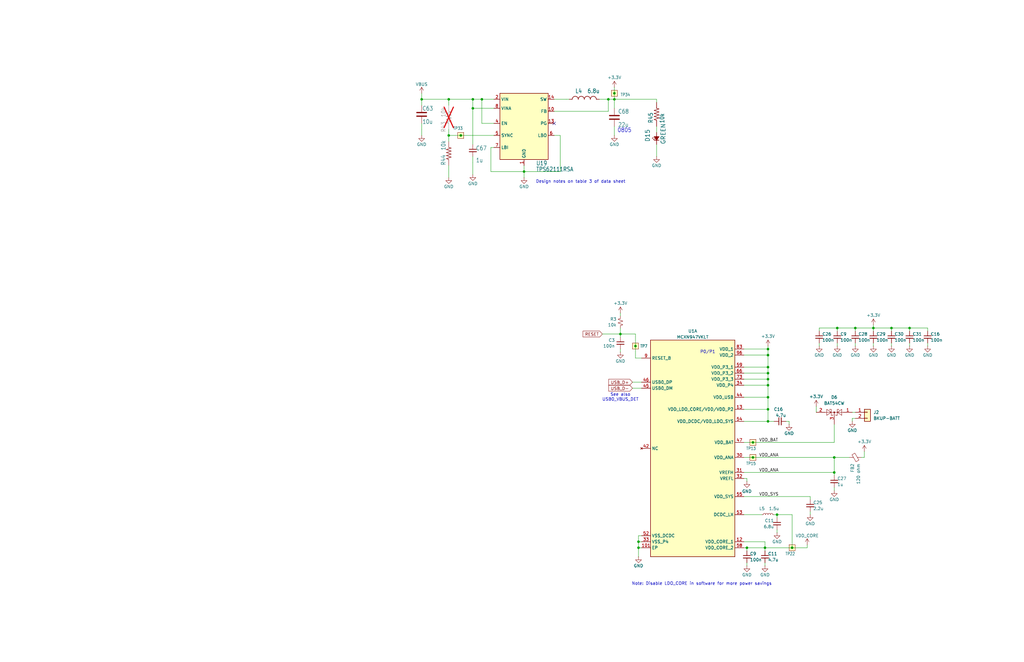
<source format=kicad_sch>
(kicad_sch (version 20250114) (generator "eeschema") (generator_version "9.0")
  (paper "USLedger")
  (title_block (title "OreSat Solar Module - Silicon Cells") (date "2025-09-16") (rev "1.1"))
  (lib_symbols
    (symbol "Connector_Generic:Conn_01x02" (pin_names (offset 1.016) (hide yes))
      (property "Reference" "J" (at 0 2.54 0))
      (property "Value" "Conn_01x02" (at 0 -5.08 0))
      (symbol "Conn_01x02_1_1"
        (pin passive line (at -5.08 0 0) (length 3.81) (name "Pin_1") (number "1"))
        (pin passive line (at -5.08 -2.54 0) (length 3.81) (name "Pin_2") (number "2"))
      )
    )
    (symbol "Device:C" (pin_numbers (hide yes)) (pin_names (offset 0.254))
      (property "Reference" "C" (at 0.635 2.54 0))
      (property "Value" "C" (at 0.635 -2.54 0))
      (symbol "C_1_1"
        (pin passive line (at 0 3.81 270) (length 2.794) (name "~") (number "1"))
        (pin passive line (at 0 -3.81 90) (length 2.794) (name "~") (number "2"))
      )
    )
    (symbol "Device:C_Small" (pin_numbers (hide yes)) (pin_names (offset 0.254) (hide yes))
      (property "Reference" "C" (at 0.254 1.778 0))
      (property "Value" "C_Small" (at 0.254 -2.032 0))
      (symbol "C_Small_1_1"
        (pin passive line (at 0 2.54 270) (length 2.032) (name "~") (number "1"))
        (pin passive line (at 0 -2.54 90) (length 2.032) (name "~") (number "2"))
      )
    )
    (symbol "Device:FerriteBead_Small" (pin_numbers (hide yes)) (pin_names (offset 0))
      (property "Reference" "FB" (at 1.905 1.27 0))
      (property "Value" "FerriteBead_Small" (at 1.905 -1.27 0))
      (symbol "FerriteBead_Small_1_1"
        (pin passive line (at 0 2.54 270) (length 1.27) (name "~") (number "1"))
        (pin passive line (at 0 -2.54 90) (length 1.27) (name "~") (number "2"))
      )
    )
    (symbol "Device:LED_Small_Filled" (pin_numbers (hide yes)) (pin_names (offset 0.254) (hide yes))
      (property "Reference" "D" (at -1.27 3.175 0))
      (property "Value" "LED_Small_Filled" (at -4.445 -2.54 0))
      (symbol "LED_Small_Filled_1_1"
        (pin passive line (at -2.54 0 0) (length 1.778) (name "K") (number "1"))
        (pin passive line (at 2.54 0 180) (length 1.778) (name "A") (number "2"))
      )
    )
    (symbol "Device:L_Small" (pin_numbers (hide yes)) (pin_names (offset 0.254) (hide yes))
      (property "Reference" "L" (at 0.762 1.016 0))
      (property "Value" "L_Small" (at 0.762 -1.016 0))
      (symbol "L_Small_1_1"
        (pin passive line (at 0 2.54 270) (length 0.508) (name "~") (number "1"))
        (pin passive line (at 0 -2.54 90) (length 0.508) (name "~") (number "2"))
      )
    )
    (symbol "Device:R_Small_US" (pin_numbers (hide yes)) (pin_names (offset 0.254) (hide yes))
      (property "Reference" "R" (at 0.762 0.508 0))
      (property "Value" "R_Small_US" (at 0.762 -1.016 0))
      (symbol "R_Small_US_1_1"
        (pin passive line (at 0 2.54 270) (length 1.016) (name "~") (number "1"))
        (pin passive line (at 0 -2.54 90) (length 1.016) (name "~") (number "2"))
      )
    )
    (symbol "Diode:BAT54CW" (pin_names (offset 1.016))
      (property "Reference" "D" (at 0.635 -3.81 0))
      (property "Value" "BAT54CW" (at -6.35 3.175 0))
      (symbol "BAT54CW_1_1"
        (pin passive line (at -7.62 0 0) (length 3.81) (name "~") (number "1"))
        (pin passive line (at 0 -5.08 90) (length 5.08) (name "~") (number "3"))
        (pin passive line (at 7.62 0 180) (length 3.81) (name "~") (number "2"))
      )
    )
    (symbol "MCXN947VKLT_1"
      (property "Reference" "U" (at 0 49.022 0))
      (property "Value" "MCXN947VKLT" (at 0 46.99 0))
      (symbol "MCXN947VKLT_1_1_1"
        (pin power_in line (at -21.59 41.91 0) (length 3.81) (name "VDD_1") (number "83"))
        (pin power_in line (at -21.59 39.37 0) (length 3.81) (name "VDD_2") (number "96"))
        (pin power_in line (at -21.59 34.29 0) (length 3.81) (name "VDD_P3_1") (number "59"))
        (pin power_in line (at -21.59 31.75 0) (length 3.81) (name "VDD_P3_2") (number "66"))
        (pin power_in line (at -21.59 29.21 0) (length 3.81) (name "VDD_P3_3") (number "73"))
        (pin power_in line (at -21.59 26.67 0) (length 3.81) (name "VDD_P4") (number "34"))
        (pin power_in line (at -21.59 21.59 0) (length 3.81) (name "VDD_USB") (number "44"))
        (pin power_in line (at -21.59 16.51 0) (length 3.81) (name "VDD_LDO_CORE/VDD/VDD_P2") (number "13"))
        (pin power_in line (at -21.59 11.43 0) (length 3.81) (name "VDD_DCDC/VDD_LDO_SYS") (number "54"))
        (pin power_in line (at -21.59 2.54 0) (length 3.81) (name "VDD_BAT") (number "47"))
        (pin power_in line (at -21.59 -3.81 0) (length 3.81) (name "VDD_ANA") (number "30"))
        (pin power_in line (at -21.59 -10.16 0) (length 3.81) (name "VREFH") (number "31"))
        (pin power_in line (at -21.59 -12.7 0) (length 3.81) (name "VREFL") (number "32"))
        (pin power_out line (at -21.59 -20.32 0) (length 3.81) (name "VDD_SYS") (number "55"))
        (pin power_out line (at -21.59 -27.94 0) (length 3.81) (name "DCDC_LX") (number "53"))
        (pin power_in line (at -21.59 -39.37 0) (length 3.81) (name "VDD_CORE_1") (number "12"))
        (pin power_in line (at -21.59 -41.91 0) (length 3.81) (name "VDD_CORE_2") (number "58"))
        (pin input line (at 21.59 38.1 180) (length 3.81) (name "RESET_B") (number "9"))
        (pin passive line (at 21.59 27.94 180) (length 3.81) (name "USB0_DP") (number "46"))
        (pin passive line (at 21.59 25.4 180) (length 3.81) (name "USB0_DM") (number "45"))
        (pin no_connect line (at 21.59 0 180) (length 3.81) (name "NC") (number "42"))
        (pin power_in line (at 21.59 -36.83 180) (length 3.81) (name "VSS_DCDC") (number "52"))
        (pin power_in line (at 21.59 -39.37 180) (length 3.81) (name "VSS_P4") (number "33"))
        (pin power_in line (at 21.59 -41.91 180) (length 3.81) (name "EP") (number "101"))
      )
      (symbol "MCXN947VKLT_1_2_1"
        (pin passive line (at -16.51 17.78 0) (length 3.81) (name "P0_0") (number "76") (alternate "TMS/SWDIO " passive line))
        (pin passive line (at -16.51 15.24 0) (length 3.81) (name "P0_1") (number "77") (alternate "TCLK/SWCLK" passive line))
        (pin passive line (at -16.51 12.7 0) (length 3.81) (name "P0_2") (number "78") (alternate "TDO/SWO " passive line))
        (pin passive line (at -16.51 10.16 0) (length 3.81) (name "P0_3") (number "79") (alternate "TDI " passive line))
        (pin passive line (at -16.51 7.62 0) (length 3.81) (name "P0_4") (number "80"))
        (pin passive line (at -16.51 5.08 0) (length 3.81) (name "P0_5") (number "81"))
        (pin passive line (at -16.51 2.54 0) (length 3.81) (name "P0_6") (number "82") (alternate "ISPMODE_N" passive line))
        (pin passive line (at -16.51 0 0) (length 3.81) (name "P0_16") (number "84"))
        (pin passive line (at -16.51 -2.54 0) (length 3.81) (name "P0_17") (number "85"))
        (pin passive line (at -16.51 -5.08 0) (length 3.81) (name "P0_18") (number "86"))
        (pin passive line (at -16.51 -7.62 0) (length 3.81) (name "P0_19") (number "87"))
        (pin passive line (at -16.51 -10.16 0) (length 3.81) (name "P0_20") (number "88"))
        (pin passive line (at -16.51 -12.7 0) (length 3.81) (name "P0_21") (number "89"))
        (pin passive line (at -16.51 -15.24 0) (length 3.81) (name "P0_22") (number "90"))
        (pin passive line (at -16.51 -17.78 0) (length 3.81) (name "P0_23") (number "91"))
      )
      (symbol "MCXN947VKLT_1_3_1"
        (pin passive line (at -16.51 21.59 0) (length 3.81) (name "P1_0") (number "92"))
        (pin passive line (at -16.51 19.05 0) (length 3.81) (name "P1_1") (number "93"))
        (pin passive line (at -16.51 16.51 0) (length 3.81) (name "P1_2") (number "94"))
        (pin passive line (at -16.51 13.97 0) (length 3.81) (name "P1_3") (number "95"))
        (pin passive line (at -16.51 11.43 0) (length 3.81) (name "P1_4") (number "97"))
        (pin passive line (at -16.51 8.89 0) (length 3.81) (name "P1_5") (number "98"))
        (pin passive line (at -16.51 6.35 0) (length 3.81) (name "P1_6") (number "99"))
        (pin passive line (at -16.51 3.81 0) (length 3.81) (name "P1_7") (number "100"))
        (pin passive line (at -16.51 1.27 0) (length 3.81) (name "P1_8") (number "1"))
        (pin passive line (at -16.51 -1.27 0) (length 3.81) (name "P1_9") (number "2"))
        (pin passive line (at -16.51 -3.81 0) (length 3.81) (name "P1_10") (number "3"))
        (pin passive line (at -16.51 -6.35 0) (length 3.81) (name "P1_11") (number "4"))
        (pin passive line (at -16.51 -8.89 0) (length 3.81) (name "P1_12") (number "5"))
        (pin passive line (at -16.51 -11.43 0) (length 3.81) (name "P1_13") (number "6"))
        (pin passive line (at -16.51 -13.97 0) (length 3.81) (name "P1_14") (number "7"))
        (pin passive line (at -16.51 -16.51 0) (length 3.81) (name "P1_15") (number "8"))
        (pin passive line (at -16.51 -19.05 0) (length 3.81) (name "P1_30") (number "10"))
        (pin passive line (at -16.51 -21.59 0) (length 3.81) (name "P1_31") (number "11"))
      )
      (symbol "MCXN947VKLT_1_4_1"
        (pin passive line (at -16.51 8.89 0) (length 3.81) (name "P2_0") (number "14"))
        (pin passive line (at -16.51 6.35 0) (length 3.81) (name "P2_1") (number "15"))
        (pin passive line (at -16.51 3.81 0) (length 3.81) (name "P2_2") (number "16"))
        (pin passive line (at -16.51 1.27 0) (length 3.81) (name "P2_3") (number "17"))
        (pin passive line (at -16.51 -1.27 0) (length 3.81) (name "P2_4") (number "18"))
        (pin passive line (at -16.51 -3.81 0) (length 3.81) (name "P2_5") (number "19"))
        (pin passive line (at -16.51 -6.35 0) (length 3.81) (name "P2_6") (number "20"))
        (pin passive line (at -16.51 -8.89 0) (length 3.81) (name "P2_7") (number "21"))
      )
      (symbol "MCXN947VKLT_1_5_1"
        (pin passive line (at -16.51 19.05 0) (length 3.81) (name "P3_0") (number "75"))
        (pin passive line (at -16.51 16.51 0) (length 3.81) (name "P3_1") (number "74"))
        (pin passive line (at -16.51 13.97 0) (length 3.81) (name "P3_6") (number "72"))
        (pin passive line (at -16.51 11.43 0) (length 3.81) (name "P3_7") (number "71"))
        (pin passive line (at -16.51 8.89 0) (length 3.81) (name "P3_8") (number "70"))
        (pin passive line (at -16.51 6.35 0) (length 3.81) (name "P3_9") (number "69"))
        (pin passive line (at -16.51 3.81 0) (length 3.81) (name "P3_10") (number "68"))
        (pin passive line (at -16.51 1.27 0) (length 3.81) (name "P3_11") (number "67"))
        (pin passive line (at -16.51 -1.27 0) (length 3.81) (name "P3_12") (number "65"))
        (pin passive line (at -16.51 -3.81 0) (length 3.81) (name "P3_13") (number "64"))
        (pin passive line (at -16.51 -6.35 0) (length 3.81) (name "P3_14") (number "63"))
        (pin passive line (at -16.51 -8.89 0) (length 3.81) (name "P3_15") (number "62"))
        (pin passive line (at -16.51 -11.43 0) (length 3.81) (name "P3_16") (number "61"))
        (pin passive line (at -16.51 -13.97 0) (length 3.81) (name "P3_17") (number "60"))
        (pin passive line (at -16.51 -16.51 0) (length 3.81) (name "P3_20") (number "57"))
        (pin passive line (at -16.51 -19.05 0) (length 3.81) (name "P3_21") (number "56"))
      )
      (symbol "MCXN947VKLT_1_6_1"
        (pin passive line (at -16.51 19.05 0) (length 3.81) (name "P4_0/ANA_0") (number "22"))
        (pin passive line (at -16.51 16.51 0) (length 3.81) (name "P4_1/ANA_1") (number "23"))
        (pin passive line (at -16.51 13.97 0) (length 3.81) (name "P4_2") (number "24"))
        (pin passive line (at -16.51 11.43 0) (length 3.81) (name "P4_3") (number "25"))
        (pin passive line (at -16.51 8.89 0) (length 3.81) (name "P4_4/ANA_4") (number "26"))
        (pin passive line (at -16.51 6.35 0) (length 3.81) (name "P4_5/ANA_5") (number "27"))
        (pin passive line (at -16.51 3.81 0) (length 3.81) (name "P4_6/ANA_6") (number "28"))
        (pin passive line (at -16.51 1.27 0) (length 3.81) (name "P4_7/ANA_7") (number "29"))
        (pin passive line (at -16.51 -1.27 0) (length 3.81) (name "P4_12") (number "35"))
        (pin passive line (at -16.51 -3.81 0) (length 3.81) (name "P4_13/ANA_14") (number "36"))
        (pin passive line (at -16.51 -6.35 0) (length 3.81) (name "P4_15") (number "37"))
        (pin passive line (at -16.51 -8.89 0) (length 3.81) (name "P4_16") (number "38"))
        (pin passive line (at -16.51 -11.43 0) (length 3.81) (name "P4_17/ANA_18") (number "39"))
        (pin passive line (at -16.51 -13.97 0) (length 3.81) (name "P4_19") (number "40"))
        (pin passive line (at -16.51 -16.51 0) (length 3.81) (name "P4_20") (number "41"))
        (pin passive line (at -16.51 -19.05 0) (length 3.81) (name "P4_23") (number "43"))
      )
      (symbol "MCXN947VKLT_1_7_1"
        (pin passive line (at -16.51 3.81 0) (length 3.81) (name "P5_0") (number "48"))
        (pin passive line (at -16.51 1.27 0) (length 3.81) (name "P5_1") (number "49"))
        (pin passive line (at -16.51 -1.27 0) (length 3.81) (name "P5_2") (number "50"))
        (pin passive line (at -16.51 -3.81 0) (length 3.81) (name "P5_3") (number "51"))
      )
    )
    (symbol "oresat-ics:TPS6211X"
      (property "Reference" "U" (at 4.826 -21.336 0))
      (symbol "TPS6211X_1_0"
        (pin power_in line (at -12.7 7.62 0) (length 2.54) (name "VIN") (number "2"))
        (pin power_in line (at -12.7 7.62 0) (length 2.54) (hide yes) (name "VIN") (number "3"))
        (pin power_in line (at -12.7 3.81 0) (length 2.54) (name "VINA") (number "8"))
        (pin input line (at -12.7 -2.54 0) (length 2.54) (name "EN") (number "4"))
        (pin input line (at -12.7 -7.62 0) (length 2.54) (name "SYNC") (number "5"))
        (pin input line (at -12.7 -12.7 0) (length 2.54) (name "LBI") (number "7"))
        (pin power_in line (at 0 -20.32 90) (length 2.54) (name "GND") (number "1"))
        (pin power_in line (at 0 -20.32 90) (length 2.54) (hide yes) (name "GND") (number "11"))
        (pin power_in line (at 0 -20.32 90) (length 2.54) (hide yes) (name "GND") (number "12"))
        (pin power_in line (at 0 -20.32 90) (length 2.54) (hide yes) (name "GND") (number "16"))
        (pin power_in line (at 0 -20.32 90) (length 2.54) (hide yes) (name "GND") (number "17"))
        (pin power_in line (at 0 -20.32 90) (length 2.54) (hide yes) (name "GND") (number "9"))
        (pin output line (at 12.7 7.62 180) (length 2.54) (name "SW") (number "14"))
        (pin output line (at 12.7 7.62 180) (length 2.54) (hide yes) (name "SW") (number "15"))
        (pin input line (at 12.7 2.54 180) (length 2.54) (name "FB") (number "10"))
        (pin open_collector line (at 12.7 -2.54 180) (length 2.54) (name "PG") (number "13"))
        (pin open_collector line (at 12.7 -7.62 180) (length 2.54) (name "LBO") (number "6"))
      )
    )
    (symbol "oresat-misc:Test-Point-0.75mm-th" (exclude_from_sim yes) (in_bom no)
      (property "Reference" "TP" (at 0 2.54 0))
      (symbol "Test-Point-0.75mm-th_1_0"
        (pin passive line (at 0 0 0) (length 0) (name "1") (number "1"))
      )
    )
    (symbol "oresat-passives:L_BIG" (pin_numbers (hide yes)) (pin_names (offset 1.016) (hide yes))
      (property "Reference" "L" (at -2.794 0 90))
      (property "Value" "L" (at 3.556 0 90))
      (symbol "L_BIG_1_1"
        (pin passive line (at 0 6.35 270) (length 1.27) (name "1") (number "1"))
        (pin passive line (at 0 -6.35 90) (length 1.27) (name "2") (number "2"))
      )
    )
    (symbol "oresat-passives:R-US"
      (property "Reference" "R" (at 0 2.54 0))
      (symbol "R-US_1_0"
        (pin passive line (at -5.08 0 0) (length 2.54) (name "1") (number "1"))
        (pin passive line (at 5.08 0 180) (length 2.54) (name "2") (number "2"))
      )
    )
    (symbol "power:+3.3V" (power) (pin_numbers (hide yes)) (pin_names (offset 0) (hide yes))
      (property "Value" "+3.3V" (at 0 3.556 0))
      (symbol "+3.3V_1_1"
        (pin power_in line (at 0 0 90) (length 0) (name "~") (number "1"))
      )
    )
    (symbol "power:GND" (power) (pin_numbers (hide yes)) (pin_names (offset 0) (hide yes))
      (property "Value" "GND" (at 0 -3.81 0))
      (symbol "GND_1_1"
        (pin power_in line (at 0 0 270) (length 0) (name "~") (number "1"))
      )
    )
    (symbol "power:VBUS" (power) (pin_numbers (hide yes)) (pin_names (offset 0) (hide yes))
      (property "Value" "VBUS" (at 0 3.556 0))
      (symbol "VBUS_1_1"
        (pin power_in line (at 0 0 90) (length 0) (name "~") (number "1"))
      )
    )
    (symbol "power:VDD" (power) (pin_numbers (hide yes)) (pin_names (offset 0) (hide yes))
      (property "Value" "VDD" (at 0 3.556 0))
      (symbol "VDD_1_1"
        (pin power_in line (at 0 0 90) (length 0) (name "~") (number "1"))
      )
    )
  )
  (text "P0/P1" (at 298.45 148.59 0) (effects (font (size 1.27 1.27))))
  (text "See also\nUSB0_VBUS_DET" (at 261.62 167.64 0) (effects (font (size 1.27 1.27))))
  (text "Note: Disable LDO_CORE in software for more power savings" (at 295.91 246.38 0) (effects (font (size 1.27 1.27))))
  (text "0805" (at 260.35 56.134 0) (effects (font (size 1.778 1.5113)) (justify left bottom)))
  (text "Design notes on table 3 of data sheet" (at 244.856 76.708 0) (effects (font (size 1.27 1.27))))
  (junction (at 334.01 231.14))
  (junction (at 261.62 140.97))
  (junction (at 314.96 231.14))
  (junction (at 269.24 228.6))
  (junction (at 323.85 147.32))
  (junction (at 323.85 177.8))
  (junction (at 375.92 138.43))
  (junction (at 317.5 193.04))
  (junction (at 269.24 231.14))
  (junction (at 317.5 186.69))
  (junction (at 323.85 167.64))
  (junction (at 177.8 41.91))
  (junction (at 353.06 138.43))
  (junction (at 199.39 41.91))
  (junction (at 194.31 57.15))
  (junction (at 323.85 154.94))
  (junction (at 323.85 157.48))
  (junction (at 256.54 41.91))
  (junction (at 323.85 160.02))
  (junction (at 383.54 138.43))
  (junction (at 327.66 217.17))
  (junction (at 189.23 57.15))
  (junction (at 199.39 45.72))
  (junction (at 351.79 199.39))
  (junction (at 323.85 172.72))
  (junction (at 323.85 162.56))
  (junction (at 267.97 146.05))
  (junction (at 203.2 41.91))
  (junction (at 259.08 39.37))
  (junction (at 220.98 72.39))
  (junction (at 360.68 138.43))
  (junction (at 322.58 231.14))
  (junction (at 189.23 41.91))
  (junction (at 259.08 41.91))
  (junction (at 323.85 149.86))
  (junction (at 351.79 193.04))
  (junction (at 368.3 138.43))
  (no_connect (at 233.68 52.07))
  (wire (pts (xy 270.51 226.06) (xy 269.24 226.06)))
  (wire (pts (xy 177.8 44.45) (xy 177.8 41.91)) (stroke (width 0.1524)))
  (wire (pts (xy 323.85 149.86) (xy 323.85 154.94)))
  (wire (pts (xy 391.16 138.43) (xy 391.16 139.7)))
  (wire (pts (xy 317.5 193.04) (xy 313.69 193.04)))
  (wire (pts (xy 313.69 172.72) (xy 323.85 172.72)))
  (wire (pts (xy 317.5 186.69) (xy 313.69 186.69)))
  (wire (pts (xy 341.63 209.55) (xy 341.63 210.82)))
  (wire (pts (xy 276.86 41.91) (xy 276.86 43.18)) (stroke (width 0.1524)))
  (wire (pts (xy 189.23 69.85) (xy 189.23 74.93)) (stroke (width 0.1524)))
  (wire (pts (xy 360.68 176.53) (xy 359.41 176.53)))
  (wire (pts (xy 208.28 52.07) (xy 203.2 52.07)))
  (wire (pts (xy 322.58 231.14) (xy 322.58 232.41)))
  (wire (pts (xy 314.96 237.49) (xy 314.96 238.76)))
  (wire (pts (xy 323.85 162.56) (xy 323.85 167.64)))
  (wire (pts (xy 323.85 177.8) (xy 326.39 177.8)))
  (wire (pts (xy 313.69 177.8) (xy 323.85 177.8)))
  (wire (pts (xy 261.62 147.32) (xy 261.62 148.59)))
  (wire (pts (xy 259.08 36.83) (xy 259.08 39.37)) (stroke (width 0.1524)))
  (wire (pts (xy 375.92 144.78) (xy 375.92 146.05)))
  (wire (pts (xy 252.73 41.91) (xy 256.54 41.91)) (stroke (width 0.1524)))
  (wire (pts (xy 368.3 144.78) (xy 368.3 146.05)))
  (wire (pts (xy 269.24 228.6) (xy 269.24 231.14)))
  (wire (pts (xy 203.2 41.91) (xy 208.28 41.91)) (stroke (width 0.1524)))
  (wire (pts (xy 359.41 176.53) (xy 359.41 177.8)))
  (wire (pts (xy 334.01 231.14) (xy 322.58 231.14)))
  (wire (pts (xy 323.85 157.48) (xy 313.69 157.48)))
  (wire (pts (xy 233.68 41.91) (xy 238.76 41.91)) (stroke (width 0.1524)))
  (wire (pts (xy 383.54 138.43) (xy 383.54 139.7)))
  (wire (pts (xy 259.08 41.91) (xy 259.08 39.37)) (stroke (width 0.1524)))
  (wire (pts (xy 323.85 167.64) (xy 313.69 167.64)))
  (wire (pts (xy 269.24 231.14) (xy 270.51 231.14)))
  (wire (pts (xy 177.8 41.91) (xy 177.8 39.37)) (stroke (width 0.1524)))
  (wire (pts (xy 199.39 45.72) (xy 199.39 41.91)))
  (wire (pts (xy 351.79 199.39) (xy 351.79 200.66)))
  (wire (pts (xy 353.06 138.43) (xy 360.68 138.43)))
  (wire (pts (xy 368.3 138.43) (xy 375.92 138.43)))
  (wire (pts (xy 236.22 72.39) (xy 220.98 72.39)) (stroke (width 0.1524)))
  (wire (pts (xy 208.28 45.72) (xy 199.39 45.72)))
  (wire (pts (xy 199.39 45.72) (xy 199.39 60.96)))
  (wire (pts (xy 189.23 59.69) (xy 189.23 57.15)) (stroke (width 0.1524)))
  (wire (pts (xy 323.85 149.86) (xy 323.85 147.32)))
  (wire (pts (xy 353.06 144.78) (xy 353.06 146.05)))
  (wire (pts (xy 313.69 201.93) (xy 314.96 201.93)))
  (wire (pts (xy 256.54 46.99) (xy 256.54 41.91)) (stroke (width 0.1524)))
  (wire (pts (xy 323.85 160.02) (xy 323.85 157.48)))
  (wire (pts (xy 313.69 231.14) (xy 314.96 231.14)))
  (wire (pts (xy 364.49 193.04) (xy 364.49 190.5)))
  (wire (pts (xy 199.39 41.91) (xy 203.2 41.91)) (stroke (width 0.1524)))
  (wire (pts (xy 314.96 231.14) (xy 322.58 231.14)))
  (wire (pts (xy 313.69 154.94) (xy 323.85 154.94)))
  (wire (pts (xy 189.23 44.45) (xy 189.23 41.91)) (stroke (width 0.1524)))
  (wire (pts (xy 327.66 217.17) (xy 326.39 217.17)))
  (wire (pts (xy 261.62 142.24) (xy 261.62 140.97)))
  (wire (pts (xy 332.74 177.8) (xy 331.47 177.8)))
  (wire (pts (xy 323.85 172.72) (xy 323.85 177.8)))
  (wire (pts (xy 207.01 72.39) (xy 220.98 72.39)) (stroke (width 0.1524)))
  (wire (pts (xy 261.62 138.43) (xy 261.62 140.97)))
  (wire (pts (xy 189.23 41.91) (xy 199.39 41.91)) (stroke (width 0.1524)))
  (wire (pts (xy 189.23 57.15) (xy 189.23 54.61)) (stroke (width 0.1524)))
  (wire (pts (xy 351.79 193.04) (xy 351.79 199.39)))
  (wire (pts (xy 322.58 231.14) (xy 322.58 228.6)))
  (wire (pts (xy 368.3 138.43) (xy 368.3 139.7)))
  (wire (pts (xy 259.08 53.34) (xy 259.08 57.15)) (stroke (width 0.1524)))
  (wire (pts (xy 220.98 69.85) (xy 220.98 72.39)))
  (wire (pts (xy 313.69 209.55) (xy 341.63 209.55)))
  (wire (pts (xy 360.68 144.78) (xy 360.68 146.05)))
  (wire (pts (xy 327.66 223.52) (xy 327.66 224.79)))
  (wire (pts (xy 323.85 146.05) (xy 323.85 147.32)))
  (wire (pts (xy 261.62 132.08) (xy 261.62 133.35)))
  (wire (pts (xy 334.01 217.17) (xy 334.01 231.14)))
  (wire (pts (xy 327.66 218.44) (xy 327.66 217.17)))
  (wire (pts (xy 269.24 226.06) (xy 269.24 228.6)))
  (wire (pts (xy 267.97 146.05) (xy 267.97 151.13)))
  (wire (pts (xy 344.17 171.45) (xy 344.17 173.99)))
  (wire (pts (xy 270.51 228.6) (xy 269.24 228.6)))
  (wire (pts (xy 207.01 62.23) (xy 208.28 62.23)))
  (wire (pts (xy 313.69 199.39) (xy 351.79 199.39)))
  (wire (pts (xy 332.74 179.07) (xy 332.74 177.8)))
  (wire (pts (xy 322.58 228.6) (xy 313.69 228.6)))
  (wire (pts (xy 340.36 231.14) (xy 334.01 231.14)))
  (wire (pts (xy 383.54 138.43) (xy 391.16 138.43)))
  (wire (pts (xy 345.44 144.78) (xy 345.44 146.05)))
  (wire (pts (xy 323.85 149.86) (xy 313.69 149.86)))
  (wire (pts (xy 259.08 41.91) (xy 259.08 45.72)))
  (wire (pts (xy 276.86 53.34) (xy 276.86 55.88)))
  (wire (pts (xy 199.39 66.04) (xy 199.39 68.58)))
  (wire (pts (xy 261.62 140.97) (xy 254 140.97)))
  (wire (pts (xy 358.14 193.04) (xy 351.79 193.04)))
  (wire (pts (xy 238.76 41.91) (xy 240.03 41.91)))
  (wire (pts (xy 383.54 144.78) (xy 383.54 146.05)))
  (wire (pts (xy 323.85 167.64) (xy 323.85 172.72)))
  (wire (pts (xy 360.68 173.99) (xy 359.41 173.99)))
  (wire (pts (xy 340.36 229.87) (xy 340.36 231.14)))
  (wire (pts (xy 341.63 215.9) (xy 341.63 217.17)))
  (wire (pts (xy 375.92 138.43) (xy 383.54 138.43)))
  (wire (pts (xy 194.31 57.15) (xy 208.28 57.15)))
  (wire (pts (xy 323.85 160.02) (xy 313.69 160.02)))
  (wire (pts (xy 323.85 162.56) (xy 313.69 162.56)))
  (wire (pts (xy 345.44 138.43) (xy 345.44 139.7)))
  (wire (pts (xy 270.51 163.83) (xy 266.7 163.83)))
  (wire (pts (xy 269.24 231.14) (xy 269.24 234.95)))
  (wire (pts (xy 345.44 138.43) (xy 353.06 138.43)))
  (wire (pts (xy 233.68 57.15) (xy 236.22 57.15)) (stroke (width 0.1524)))
  (wire (pts (xy 276.86 60.96) (xy 276.86 66.04)) (stroke (width 0.1524)))
  (wire (pts (xy 317.5 186.69) (xy 351.79 186.69)))
  (wire (pts (xy 236.22 57.15) (xy 236.22 72.39)) (stroke (width 0.1524)))
  (wire (pts (xy 220.98 72.39) (xy 220.98 74.93)) (stroke (width 0.1524)))
  (wire (pts (xy 327.66 217.17) (xy 334.01 217.17)))
  (wire (pts (xy 267.97 140.97) (xy 267.97 146.05)))
  (wire (pts (xy 314.96 201.93) (xy 314.96 203.2)))
  (wire (pts (xy 351.79 207.01) (xy 351.79 205.74)))
  (wire (pts (xy 199.39 68.58) (xy 199.39 73.66)) (stroke (width 0.1524)))
  (wire (pts (xy 207.01 62.23) (xy 207.01 72.39)) (stroke (width 0.1524)))
  (wire (pts (xy 314.96 231.14) (xy 314.96 232.41)))
  (wire (pts (xy 322.58 237.49) (xy 322.58 238.76)))
  (wire (pts (xy 177.8 54.61) (xy 177.8 57.15)))
  (wire (pts (xy 323.85 162.56) (xy 323.85 160.02)))
  (wire (pts (xy 364.49 193.04) (xy 363.22 193.04)))
  (wire (pts (xy 233.68 46.99) (xy 256.54 46.99)) (stroke (width 0.1524)))
  (wire (pts (xy 351.79 186.69) (xy 351.79 179.07)))
  (wire (pts (xy 177.8 52.07) (xy 177.8 54.61)) (stroke (width 0.1524)))
  (wire (pts (xy 259.08 41.91) (xy 276.86 41.91)) (stroke (width 0.1524)))
  (wire (pts (xy 267.97 151.13) (xy 270.51 151.13)))
  (wire (pts (xy 270.51 161.29) (xy 266.7 161.29)))
  (wire (pts (xy 360.68 138.43) (xy 360.68 139.7)))
  (wire (pts (xy 360.68 138.43) (xy 368.3 138.43)))
  (wire (pts (xy 321.31 217.17) (xy 313.69 217.17)))
  (wire (pts (xy 317.5 193.04) (xy 351.79 193.04)))
  (wire (pts (xy 323.85 147.32) (xy 313.69 147.32)))
  (wire (pts (xy 267.97 140.97) (xy 261.62 140.97)))
  (wire (pts (xy 391.16 144.78) (xy 391.16 146.05)))
  (wire (pts (xy 368.3 137.16) (xy 368.3 138.43)))
  (wire (pts (xy 177.8 41.91) (xy 189.23 41.91)) (stroke (width 0.1524)))
  (wire (pts (xy 353.06 138.43) (xy 353.06 139.7)))
  (wire (pts (xy 189.23 57.15) (xy 194.31 57.15)) (stroke (width 0.1524)))
  (wire (pts (xy 203.2 41.91) (xy 203.2 52.07)))
  (wire (pts (xy 375.92 138.43) (xy 375.92 139.7)))
  (wire (pts (xy 256.54 41.91) (xy 259.08 41.91)) (stroke (width 0.1524)))
  (wire (pts (xy 323.85 154.94) (xy 323.85 157.48)))
  (label "VDD_ANA" (at 320.04 193.04 0))
  (label "VDD_BAT" (at 320.04 186.69 0))
  (label "VDD_SYS" (at 320.04 209.55 0))
  (label "VDD_ANA" (at 320.04 199.39 0))
  (global_label "USB_D+" (shape input) (at 266.7 161.29 180) (property "Intersheetrefs" "${INTERSHEET_REFS}" (effects (hide yes))))
  (global_label "RESET" (shape input) (at 254 140.97 180) (property "Intersheetrefs" "${INTERSHEET_REFS}" (effects (hide yes))))
  (global_label "USB_D-" (shape input) (at 266.7 163.83 180) (property "Intersheetrefs" "${INTERSHEET_REFS}" (effects (hide yes))))
  (symbol (lib_id "power:+3.3V") (at 261.62 132.08 0) (mirror y) (unit 1)
    (property "Reference" "#PWR017" (effects (hide yes)))
    (property "Value" "+3.3V" (at 261.62 127.9469 0))
    (property "Description" "Power symbol creates a global label with name \"+3.3V\"" (effects (hide yes)))
  )
  (symbol (lib_id "oresat-passives:R-US") (at 189.23 64.77 90) (unit 1)
    (property "Reference" "R44" (at 187.96 69.85 0) (effects (font (size 1.778 1.5113)) (justify left bottom)))
    (property "Value" "10k" (at 187.96 63.5 0) (effects (font (size 1.778 1.5113)) (justify left bottom)))
    (property "Footprint" "oresat-passives:0603-C-NOSILK" (effects (hide yes)))
    (property "Description" "10 kOhms ±1% 0.1W, 1/10W Chip Resistor 0603 (1608 Metric) Automotive AEC-Q200 Thick Film" (effects (hide yes)))
    (property "DIS" "Digi-Key" (effects (hide yes)))
    (property "DPN" "1276-4275-1-ND" (effects (hide yes)))
    (property "MFR" "Stackpole Electronics Inc" (effects (hide yes)))
    (property "MPN" "RMCF0603FT10K0" (effects (hide yes)))
  )
  (symbol (lib_id "Device:C_Small") (at 327.66 220.98 0) (mirror y) (unit 1)
    (property "Reference" "C11" (at 326.39 219.71 0) (effects (justify left)))
    (property "Value" "6.8u" (at 326.39 222.25 0) (effects (justify left)))
    (property "Footprint" "oresat-passives:0603-C-NOSILK" (effects (hide yes)))
    (property "Datasheet" "https://www.murata.com/en-sg/api/pdfdownloadapi?cate=luCeramicCapacitorsSMD&partno=GCJ31CR71A685KA13%23" (effects (hide yes)))
    (property "Description" "6.8 µF ±10% 10V Ceramic Capacitor X7R 1206 (3216 Metric)" (effects (hide yes)))
    (property "MFR" "Murata Electronics" (effects (hide yes)))
    (property "MPN" "GCJ31CR71A685KA13L" (effects (hide yes)))
  )
  (symbol (lib_id "power:VBUS") (at 177.8 39.37 0) (unit 1)
    (property "Reference" "#PWR030" (effects (hide yes)))
    (property "Value" "VBUS" (at 177.8 35.56 0))
    (property "Description" "Power symbol creates a global label with name \"VBUS\"" (effects (hide yes)))
  )
  (symbol (lib_id "power:GND") (at 269.24 234.95 0) (mirror y) (unit 1)
    (property "Reference" "#PWR035" (effects (hide yes)))
    (property "Value" "GND" (at 269.24 238.76 0))
    (property "Description" "Power symbol creates a global label with name \"GND\" , ground" (effects (hide yes)))
  )
  (symbol (lib_id "power:GND") (at 199.39 73.66 0) (unit 1)
    (property "Reference" "#GND068" (effects (hide yes)))
    (property "Value" "GND" (at 199.39 77.47 0))
    (property "Description" "Power symbol creates a global label with name \"GND\" , ground" (effects (hide yes)))
  )
  (symbol (lib_id "Device:C_Small") (at 353.06 142.24 0) (unit 1)
    (property "Reference" "C9" (at 354.33 140.97 0) (effects (justify left)))
    (property "Value" "100n" (at 354.33 143.51 0) (effects (justify left)))
    (property "Footprint" "oresat-passives:0603-C-NOSILK" (effects (hide yes)))
    (property "Datasheet" "https://search.murata.co.jp/Ceramy/image/img/A01X/G101/ENG/GRM188R72A104KA35-01.pdf" (effects (hide yes)))
    (property "Description" "0.1 µF ±10% 100V Ceramic Capacitor X7R 0603 (1608 Metric)" (effects (hide yes)))
    (property "MFR" "Murata Electronics" (effects (hide yes)))
    (property "MPN" "GRM188R72A104KA35D" (effects (hide yes)))
  )
  (symbol (lib_id "power:GND") (at 220.98 74.93 0) (unit 1)
    (property "Reference" "#GND067" (effects (hide yes)))
    (property "Value" "GND" (at 220.98 78.74 0))
    (property "Description" "Power symbol creates a global label with name \"GND\" , ground" (effects (hide yes)))
  )
  (symbol (lib_id "power:GND") (at 391.16 146.05 0) (unit 1)
    (property "Reference" "#PWR075" (effects (hide yes)))
    (property "Value" "GND" (at 391.16 149.86 0))
    (property "Description" "Power symbol creates a global label with name \"GND\" , ground" (effects (hide yes)))
  )
  (symbol (lib_id "oresat-misc:Test-Point-0.75mm-th") (at 334.01 231.14 90) (mirror x) (unit 1) (exclude_from_sim yes) (in_bom no)
    (property "Reference" "TP22" (at 335.28 233.68 90) (effects (font (size 1.27 1.0795)) (justify left)))
    (property "Value" "Test-Point" (effects (hide yes)))
    (property "Footprint" "oresat-misc:TestPoint-0.75mm-th" (effects (hide yes)))
    (property "Description" "0.75 mm TH test point; good for scope probes and jumpers" (effects (hide yes)))
  )
  (symbol (lib_id "power:GND") (at 345.44 146.05 0) (unit 1)
    (property "Reference" "#PWR065" (effects (hide yes)))
    (property "Value" "GND" (at 345.44 149.86 0))
    (property "Description" "Power symbol creates a global label with name \"GND\" , ground" (effects (hide yes)))
  )
  (symbol (lib_id "power:GND") (at 351.79 207.01 0) (unit 1)
    (property "Reference" "#PWR066" (effects (hide yes)))
    (property "Value" "GND" (at 351.79 210.82 0))
    (property "Description" "Power symbol creates a global label with name \"GND\" , ground" (effects (hide yes)))
  )
  (symbol (lib_id "Device:C_Small") (at 328.93 177.8 90) (unit 1)
    (property "Reference" "C16" (at 330.2 172.72 90) (effects (justify left)))
    (property "Value" "4.7u" (at 331.47 175.26 90) (effects (justify left)))
    (property "Footprint" "oresat-passives:0603-C-NOSILK" (effects (hide yes)))
    (property "Datasheet" "https://search.murata.co.jp/Ceramy/image/img/A01X/G101/ENG/GRM188R61E475KE11-01.pdf" (effects (hide yes)))
    (property "Description" "4.7 µF ±10% 25V Ceramic Capacitor X5R 0603 (1608 Metric)" (effects (hide yes)))
    (property "MFR" "Murata Electronics" (effects (hide yes)))
    (property "MPN" "GRM188R61E475KE11D" (effects (hide yes)))
  )
  (symbol (lib_id "Device:C_Small") (at 314.96 234.95 0) (unit 1)
    (property "Reference" "C9" (at 316.23 233.68 0) (effects (justify left)))
    (property "Value" "100n" (at 316.23 236.22 0) (effects (justify left)))
    (property "Footprint" "oresat-passives:0603-C-NOSILK" (effects (hide yes)))
    (property "Datasheet" "https://search.murata.co.jp/Ceramy/image/img/A01X/G101/ENG/GRM188R72A104KA35-01.pdf" (effects (hide yes)))
    (property "Description" "0.1 µF ±10% 100V Ceramic Capacitor X7R 0603 (1608 Metric)" (effects (hide yes)))
    (property "MFR" "Murata Electronics" (effects (hide yes)))
    (property "MPN" "GRM188R72A104KA35D" (effects (hide yes)))
  )
  (symbol (lib_id "oresat-misc:Test-Point-0.75mm-th") (at 194.31 57.15 0) (unit 1) (in_bom no)
    (property "Reference" "TP33" (at 191.008 54.864 0) (effects (font (size 1.27 1.0795)) (justify left bottom)))
    (property "Value" "Test-Point" (effects (hide yes)))
    (property "Footprint" "oresat-misc:TestPoint-0.75mm-th" (effects (hide yes)))
    (property "Description" "0.75 mm TH test point; good for scope probes and jumpers" (effects (hide yes)))
  )
  (symbol (lib_id "Device:R_Small_US") (at 261.62 135.89 0) (mirror x) (unit 1)
    (property "Reference" "R3" (at 259.969 134.6778 0) (effects (justify right)))
    (property "Value" "10k" (at 259.969 137.1021 0) (effects (justify right)))
    (property "Footprint" "oresat-passives:0603-C-NOSILK" (effects (hide yes)))
    (property "Description" "10 kOhms ±1% 0.1W, 1/10W Chip Resistor 0603 (1608 Metric) Automotive AEC-Q200 Thick Film" (effects (hide yes)))
    (property "MFR" "Stackpole Electronics Inc" (effects (hide yes)))
    (property "MPN" "RMCF0603FT10K0" (effects (hide yes)))
  )
  (symbol (lib_id "power:GND") (at 259.08 57.15 0) (mirror y) (unit 1)
    (property "Reference" "#GND070" (effects (hide yes)))
    (property "Value" "GND" (at 259.08 60.96 0))
    (property "Description" "Power symbol creates a global label with name \"GND\" , ground" (effects (hide yes)))
  )
  (symbol (lib_id "oresat-misc:Test-Point-0.75mm-th") (at 317.5 186.69 90) (mirror x) (unit 1) (exclude_from_sim yes) (in_bom no)
    (property "Reference" "TP13" (at 318.77 189.23 90) (effects (font (size 1.27 1.0795)) (justify left)))
    (property "Value" "Test-Point" (effects (hide yes)))
    (property "Footprint" "oresat-misc:TestPoint-0.75mm-th" (effects (hide yes)))
    (property "Description" "0.75 mm TH test point; good for scope probes and jumpers" (effects (hide yes)))
  )
  (symbol (lib_id "Device:C_Small") (at 345.44 142.24 0) (unit 1)
    (property "Reference" "C26" (at 346.71 140.97 0) (effects (justify left)))
    (property "Value" "100n" (at 346.71 143.51 0) (effects (justify left)))
    (property "Footprint" "oresat-passives:0603-C-NOSILK" (effects (hide yes)))
    (property "Datasheet" "https://search.murata.co.jp/Ceramy/image/img/A01X/G101/ENG/GRM188R72A104KA35-01.pdf" (effects (hide yes)))
    (property "Description" "0.1 µF ±10% 100V Ceramic Capacitor X7R 0603 (1608 Metric)" (effects (hide yes)))
    (property "MFR" "Murata Electronics" (effects (hide yes)))
    (property "MPN" "GRM188R72A104KA35D" (effects (hide yes)))
  )
  (symbol (lib_id "Connector_Generic:Conn_01x02") (at 365.76 173.99 0) (unit 1)
    (property "Reference" "J2" (at 368.3 173.9899 0) (effects (justify left)))
    (property "Value" "BKUP-BATT" (at 368.3 176.5299 0) (effects (justify left)))
    (property "Footprint" "Connector_PinHeader_2.54mm:PinHeader_1x02_P2.54mm_Vertical" (effects (hide yes)))
    (property "Description" "Generic connector, single row, 01x02, script generated (kicad-library-utils/schlib/autogen/connector/)" (effects (hide yes)))
    (property "MFR" "Adam Tech" (effects (hide yes)))
    (property "MPN" "PH1-02-UA" (effects (hide yes)))
  )
  (symbol (lib_id "power:VDD") (at 340.36 229.87 0) (mirror y) (unit 1)
    (property "Reference" "#PWR062" (effects (hide yes)))
    (property "Value" "VDD_CORE" (at 340.36 226.06 0))
    (property "Description" "Power symbol creates a global label with name \"VDD_CORE\"" (effects (hide yes)))
  )
  (symbol (lib_id "Device:C_Small") (at 322.58 234.95 0) (unit 1)
    (property "Reference" "C11" (at 323.85 233.68 0) (effects (justify left)))
    (property "Value" "4.7u" (at 323.85 236.22 0) (effects (justify left)))
    (property "Footprint" "oresat-passives:0603-C-NOSILK" (effects (hide yes)))
    (property "Datasheet" "https://search.murata.co.jp/Ceramy/image/img/A01X/G101/ENG/GRM188R61E475KE11-01.pdf" (effects (hide yes)))
    (property "Description" "4.7 µF ±10% 25V Ceramic Capacitor X5R 0603 (1608 Metric)" (effects (hide yes)))
    (property "MFR" "Murata Electronics" (effects (hide yes)))
    (property "MPN" "GRM188R61E475KE11D" (effects (hide yes)))
  )
  (symbol (lib_id "oresat-misc:Test-Point-0.75mm-th") (at 317.5 193.04 90) (mirror x) (unit 1) (exclude_from_sim yes) (in_bom no)
    (property "Reference" "TP15" (at 318.77 195.58 90) (effects (font (size 1.27 1.0795)) (justify left)))
    (property "Value" "Test-Point" (effects (hide yes)))
    (property "Footprint" "oresat-misc:TestPoint-0.75mm-th" (effects (hide yes)))
    (property "Description" "0.75 mm TH test point; good for scope probes and jumpers" (effects (hide yes)))
  )
  (symbol (lib_id "oresat-passives:R-US") (at 189.23 49.53 90) (unit 1) (dnp yes)
    (property "Reference" "R43" (at 187.96 55.88 0) (effects (font (size 1.778 1.5113)) (justify left bottom)))
    (property "Value" "10k" (at 187.96 49.53 0) (effects (font (size 1.778 1.5113)) (justify left bottom)))
    (property "Footprint" "oresat-passives:0603-C-NOSILK" (effects (hide yes)))
    (property "DIS" "Digi-Key" (effects (hide yes)))
    (property "DPN" "RNCP0603FTD10K0CT-ND  " (effects (hide yes)))
    (property "MFR" "Stackpole" (effects (hide yes)))
    (property "MPN" "RNCP0603FTD10K0" (effects (hide yes)))
  )
  (symbol (lib_id "Device:C_Small") (at 261.62 144.78 0) (mirror y) (unit 1)
    (property "Reference" "C3" (at 259.2959 143.5741 0) (effects (justify left)))
    (property "Value" "100n" (at 259.2959 145.9984 0) (effects (justify left)))
    (property "Footprint" "oresat-passives:0603-C-NOSILK" (effects (hide yes)))
    (property "Datasheet" "https://search.murata.co.jp/Ceramy/image/img/A01X/G101/ENG/GRM188R72A104KA35-01.pdf" (effects (hide yes)))
    (property "Description" "0.1 µF ±10% 100V Ceramic Capacitor X7R 0603 (1608 Metric)" (effects (hide yes)))
    (property "MFR" "Murata Electronics" (effects (hide yes)))
    (property "MPN" "GRM188R72A104KA35D" (effects (hide yes)))
  )
  (symbol (lib_id "Device:C") (at 177.8 48.26 0) (unit 1)
    (property "Reference" "C63" (at 178.054 46.736 0) (effects (font (size 1.778 1.5113)) (justify left bottom)))
    (property "Value" "10u" (at 178.054 52.324 0) (effects (font (size 1.778 1.5113)) (justify left bottom)))
    (property "Footprint" "oresat-passives:0603-C-NOSILK" (effects (hide yes)))
    (property "Datasheet" "https://search.murata.co.jp/Ceramy/image/img/A01X/G101/ENG/GRM188R61E106KA73-01.pdf" (effects (hide yes)))
    (property "Description" "10 µF ±10% 25V Ceramic Capacitor X5R 0603 (1608 Metric)" (effects (hide yes)))
    (property "DIS" "Digi-Key" (effects (hide yes)))
    (property "DPN" "1276-6472-1-ND" (effects (hide yes)))
    (property "MFR" "Murata Electronics" (effects (hide yes)))
    (property "MPN" "GRM188R61E106KA73D" (effects (hide yes)))
  )
  (symbol (lib_id "power:GND") (at 177.8 57.15 0) (unit 1)
    (property "Reference" "#GND069" (effects (hide yes)))
    (property "Value" "GND" (at 177.8 60.96 0))
    (property "Description" "Power symbol creates a global label with name \"GND\" , ground" (effects (hide yes)))
  )
  (symbol (lib_id "power:GND") (at 332.74 179.07 0) (mirror y) (unit 1)
    (property "Reference" "#PWR060" (effects (hide yes)))
    (property "Value" "GND" (at 332.74 182.88 0))
    (property "Description" "Power symbol creates a global label with name \"GND\" , ground" (effects (hide yes)))
  )
  (symbol (lib_id "Device:FerriteBead_Small") (at 360.68 193.04 270) (mirror x) (unit 1)
    (property "Reference" "FB2" (at 359.448 195.58 0) (effects (justify right)))
    (property "Value" "120 ohm" (at 361.988 195.58 0) (effects (justify right)))
    (property "Footprint" "oresat-passives:0805-B-NOSILK" (effects (hide yes)))
    (property "Datasheet" "https://www.fair-rite.com/wp-content/themes/fair-rite/print_product.php?pid=19226" (effects (hide yes)))
    (property "Description" "120 Ohms @ 100 MHz 1 Signal Line Ferrite Bead 0805 (2012 Metric) 6A 25mOhm" (effects (hide yes)))
    (property "MFR" "Fair-Rite" (effects (hide yes)))
    (property "MPN" "2508051217Y6" (effects (hide yes)))
  )
  (symbol (lib_id "oresat-misc:Test-Point-0.75mm-th") (at 259.08 39.37 0) (unit 1) (in_bom no)
    (property "Reference" "TP34" (at 261.62 40.64 0) (effects (font (size 1.27 1.0795)) (justify left bottom)))
    (property "Value" "Test-Point" (effects (hide yes)))
    (property "Footprint" "oresat-misc:TestPoint-0.75mm-th" (effects (hide yes)))
    (property "Description" "0.75 mm TH test point; good for scope probes and jumpers" (effects (hide yes)))
  )
  (symbol (lib_id "power:GND") (at 314.96 203.2 0) (mirror y) (unit 1)
    (property "Reference" "#PWR036" (effects (hide yes)))
    (property "Value" "GND" (at 314.96 207.3331 0))
    (property "Description" "Power symbol creates a global label with name \"GND\" , ground" (effects (hide yes)))
  )
  (symbol (lib_id "power:GND") (at 327.66 224.79 0) (mirror y) (unit 1)
    (property "Reference" "#PWR059" (effects (hide yes)))
    (property "Value" "GND" (at 327.66 228.6 0))
    (property "Description" "Power symbol creates a global label with name \"GND\" , ground" (effects (hide yes)))
  )
  (symbol (lib_id "Device:C_Small") (at 375.92 142.24 0) (unit 1)
    (property "Reference" "C30" (at 377.19 140.97 0) (effects (justify left)))
    (property "Value" "100n" (at 377.19 143.51 0) (effects (justify left)))
    (property "Footprint" "oresat-passives:0603-C-NOSILK" (effects (hide yes)))
    (property "Datasheet" "https://search.murata.co.jp/Ceramy/image/img/A01X/G101/ENG/GRM188R72A104KA35-01.pdf" (effects (hide yes)))
    (property "Description" "0.1 µF ±10% 100V Ceramic Capacitor X7R 0603 (1608 Metric)" (effects (hide yes)))
    (property "MFR" "Murata Electronics" (effects (hide yes)))
    (property "MPN" "GRM188R72A104KA35D" (effects (hide yes)))
  )
  (symbol (lib_id "power:GND") (at 189.23 74.93 0) (unit 1)
    (property "Reference" "#GND071" (effects (hide yes)))
    (property "Value" "GND" (at 189.23 78.74 0))
    (property "Description" "Power symbol creates a global label with name \"GND\" , ground" (effects (hide yes)))
  )
  (symbol (lib_id "oresat-ics:TPS6211X") (at 220.98 49.53 0) (unit 1)
    (property "Reference" "U19" (at 226.06 69.85 0) (effects (font (size 1.778 1.5113)) (justify left bottom)))
    (property "Value" "TPS62111RSA" (at 226.06 72.39 0) (effects (font (size 1.778 1.5113)) (justify left bottom)))
    (property "Footprint" "Package_DFN_QFN:Texas_RSA_VQFN-16-1EP_4x4mm_P0.65mm_EP2.7x2.7mm" (effects (hide yes)))
    (property "Datasheet" "https://www.ti.com/lit/ds/symlink/tps62110.pdf?ts=1752185757661&ref_url=https%253A%252F%252Fwww.google.com%252F" (effects (hide yes)))
    (property "Description" "Buck Switching Regulator IC Positive Fixed 3.3V 1 Output 1.5A 16-VQFN Exposed Pad" (effects (hide yes)))
    (property "DIS" "Digi-Key" (effects (hide yes)))
    (property "DPN" "296-37681-2-ND" (effects (hide yes)))
    (property "MFR" "Texas Instruments" (effects (hide yes)))
    (property "MPN" "TPS62111RSAR" (effects (hide yes)))
  )
  (symbol (lib_id "oresat-passives:R-US") (at 276.86 48.26 90) (unit 1)
    (property "Reference" "R45" (at 275.3614 52.07 0) (effects (font (size 1.778 1.5113)) (justify left bottom)))
    (property "Value" "10k" (at 280.162 52.07 0) (effects (font (size 1.778 1.5113)) (justify left bottom)))
    (property "Footprint" "oresat-passives:0603-C-NOSILK" (effects (hide yes)))
    (property "Description" "10 kOhms ±1% 0.1W, 1/10W Chip Resistor 0603 (1608 Metric) Automotive AEC-Q200 Thick Film" (effects (hide yes)))
    (property "DIS" "Digi-Key" (effects (hide yes)))
    (property "DPN" "P2.7KDBCT-ND" (effects (hide yes)))
    (property "MFR" "Stackpole Electronics Inc" (effects (hide yes)))
    (property "MPN" "RMCF0603FT10K0" (effects (hide yes)))
  )
  (symbol (lib_id "Device:C_Small") (at 199.39 63.5 0) (unit 1)
    (property "Reference" "C67" (at 200.66 63.5 0) (effects (font (size 1.778 1.5113)) (justify left bottom)))
    (property "Value" "1u" (at 200.66 68.58 0) (effects (font (size 1.778 1.5113)) (justify left bottom)))
    (property "Footprint" "oresat-passives:0603-C-NOSILK" (effects (hide yes)))
    (property "Datasheet" "https://search.murata.co.jp/Ceramy/image/img/A01X/G101/ENG/GRM185R61E105KA12-01.pdf" (effects (hide yes)))
    (property "Description" "1 µF ±10% 25V Ceramic Capacitor X5R 0603 (1608 Metric)" (effects (hide yes)))
    (property "DIS" "Digi-Key" (effects (hide yes)))
    (property "DPN" "311-1444-1-ND" (effects (hide yes)))
    (property "MFR" "Murata Electronics" (effects (hide yes)))
    (property "MPN" "GRM185R61E105KA12J" (effects (hide yes)))
  )
  (symbol (lib_id "power:+3.3V") (at 368.3 137.16 0) (unit 1)
    (property "Reference" "#PWR071" (effects (hide yes)))
    (property "Value" "+3.3V" (at 368.3 133.0269 0))
    (property "Description" "Power symbol creates a global label with name \"+3.3V\"" (effects (hide yes)))
  )
  (symbol (lib_id "Device:C_Small") (at 383.54 142.24 0) (unit 1)
    (property "Reference" "C31" (at 384.81 140.97 0) (effects (justify left)))
    (property "Value" "100n" (at 384.81 143.51 0) (effects (justify left)))
    (property "Footprint" "oresat-passives:0603-C-NOSILK" (effects (hide yes)))
    (property "Datasheet" "https://search.murata.co.jp/Ceramy/image/img/A01X/G101/ENG/GRM188R72A104KA35-01.pdf" (effects (hide yes)))
    (property "Description" "0.1 µF ±10% 100V Ceramic Capacitor X7R 0603 (1608 Metric)" (effects (hide yes)))
    (property "MFR" "Murata Electronics" (effects (hide yes)))
    (property "MPN" "GRM188R72A104KA35D" (effects (hide yes)))
  )
  (symbol (lib_id "Device:LED_Small_Filled") (at 276.86 58.42 90) (unit 1)
    (property "Reference" "D15" (at 274.066 59.944 0) (effects (font (size 1.778 1.778)) (justify left bottom)))
    (property "Value" "GREEN" (at 278.638 60.96 0) (effects (font (size 1.778 1.778)) (justify left top)))
    (property "Footprint" "LED_SMD:LED_0603_1608Metric" (effects (hide yes)))
    (property "Description" "Light emitting diode, small symbol, filled shape" (effects (hide yes)))
    (property "DIS" "Digi-Key" (effects (hide yes)))
    (property "DPN" "511-1584-1-ND" (effects (hide yes)))
    (property "MFR" "Rohm" (effects (hide yes)))
    (property "MPN" "SML-E12M8WT86" (effects (hide yes)))
    (property "Sim.Device" "D" (effects (hide yes)))
    (property "Sim.Pins" "1=K 2=A" (effects (hide yes)))
  )
  (symbol (lib_id "power:GND") (at 341.63 217.17 0) (unit 1)
    (property "Reference" "#PWR063" (effects (hide yes)))
    (property "Value" "GND" (at 341.63 220.98 0))
    (property "Description" "Power symbol creates a global label with name \"GND\" , ground" (effects (hide yes)))
  )
  (symbol (lib_id "power:+3.3V") (at 259.08 36.83 0) (unit 1)
    (property "Reference" "#PWR032" (effects (hide yes)))
    (property "Value" "+3.3V" (at 259.08 32.6969 0))
    (property "Description" "Power symbol creates a global label with name \"+3.3V\"" (effects (hide yes)))
  )
  (symbol (lib_id "oresat-passives:L_BIG") (at 246.38 41.91 90) (unit 1)
    (property "Reference" "L4" (at 242.57 39.37 90) (effects (font (size 1.778 1.5113)) (justify right top)))
    (property "Value" "6.8u" (at 247.65 39.37 90) (effects (font (size 1.778 1.5113)) (justify right top)))
    (property "Footprint" "oresat-passives:L_ECS-MPI4040" (effects (hide yes)))
    (property "Datasheet" "https://ecsxtal.com/store/pdf/ECS-MPI4040.pdf" (effects (hide yes)))
    (property "Description" "6.8 µH Shielded Inductor 2.4 A 91mOhm 1816 (4540 Metric)" (effects (hide yes)))
    (property "DIS" "Digi-Key" (effects (hide yes)))
    (property "DPN" "XC2337CT-ND" (effects (hide yes)))
    (property "MFR" "ECS" (effects (hide yes)))
    (property "MPN" "ECS-MPI4040R4-6R8-R" (effects (hide yes)))
  )
  (symbol (lib_id "power:GND") (at 368.3 146.05 0) (unit 1)
    (property "Reference" "#PWR072" (effects (hide yes)))
    (property "Value" "GND" (at 368.3 149.86 0))
    (property "Description" "Power symbol creates a global label with name \"GND\" , ground" (effects (hide yes)))
  )
  (symbol (lib_id "power:GND") (at 276.86 66.04 0) (mirror y) (unit 1)
    (property "Reference" "#GND022" (effects (hide yes)))
    (property "Value" "GND" (at 276.86 69.85 0))
    (property "Description" "Power symbol creates a global label with name \"GND\" , ground" (effects (hide yes)))
  )
  (symbol (lib_id "power:GND") (at 359.41 177.8 0) (unit 1)
    (property "Reference" "#PWR068" (effects (hide yes)))
    (property "Value" "GND" (at 359.41 181.61 0))
    (property "Description" "Power symbol creates a global label with name \"GND\" , ground" (effects (hide yes)))
  )
  (symbol (lib_id "Device:C_Small") (at 391.16 142.24 0) (unit 1)
    (property "Reference" "C16" (at 392.43 140.97 0) (effects (justify left)))
    (property "Value" "100n" (at 392.43 143.51 0) (effects (justify left)))
    (property "Footprint" "oresat-passives:0603-C-NOSILK" (effects (hide yes)))
    (property "Datasheet" "https://search.murata.co.jp/Ceramy/image/img/A01X/G101/ENG/GRM188R72A104KA35-01.pdf" (effects (hide yes)))
    (property "Description" "0.1 µF ±10% 100V Ceramic Capacitor X7R 0603 (1608 Metric)" (effects (hide yes)))
    (property "MFR" "Murata Electronics" (effects (hide yes)))
    (property "MPN" "GRM188R72A104KA35D" (effects (hide yes)))
  )
  (symbol (lib_id "Device:C_Small") (at 341.63 213.36 0) (unit 1)
    (property "Reference" "C25" (at 342.9 212.09 0) (effects (justify left)))
    (property "Value" "2.2u" (at 342.9 214.63 0) (effects (justify left)))
    (property "Footprint" "oresat-passives:0603-C-NOSILK" (effects (hide yes)))
    (property "Datasheet" "https://search.murata.co.jp/Ceramy/image/img/A01X/G101/ENG/GRM188R61E225KA12-01.pdf" (effects (hide yes)))
    (property "Description" "2.2 µF ±10% 25V Ceramic Capacitor X5R 0603 (1608 Metric)" (effects (hide yes)))
    (property "MFR" "Murata Electronics" (effects (hide yes)))
    (property "MPN" "GRM188R61E225KA12D" (effects (hide yes)))
  )
  (symbol (lib_name "MCXN947VKLT_1") (lib_id "oresat-ics:MCXN947VKLT") (at 292.1 189.23 0) (mirror y) (unit 1)
    (property "Reference" "U1" (at 292.1 139.7 0))
    (property "Value" "MCXN947VKLT" (at 292.1 142.24 0))
    (property "Footprint" "oresat-ics:MCXN947KVLT-QFP50P1600X1600X160-101N" (effects (hide yes)))
    (property "Datasheet" "https://www.nxp.com/docs/en/data-sheet/MCXNx4xDS.pdf" (effects (hide yes)))
    (property "Description" "ARM Microcontrollers - MCU MCXN10, 100HLQFP (also MCXN947VNLT)" (effects (hide yes)))
    (property "MFR" "NXP" (effects (hide yes)))
    (property "MPN" "MCXN947VKLT" (effects (hide yes)))
    (pin "77" (alternate "TCLK/SWCLK"))
    (pin "79" (alternate "TDI "))
    (pin "76" (alternate "TMS/SWDIO "))
    (pin "78" (alternate "TDO/SWO "))
    (pin "82" (alternate "ISPMODE_N"))
  )
  (symbol (lib_id "power:GND") (at 360.68 146.05 0) (unit 1)
    (property "Reference" "#PWR069" (effects (hide yes)))
    (property "Value" "GND" (at 360.68 149.86 0))
    (property "Description" "Power symbol creates a global label with name \"GND\" , ground" (effects (hide yes)))
  )
  (symbol (lib_id "power:+3.3V") (at 364.49 190.5 0) (mirror y) (unit 1)
    (property "Reference" "#PWR070" (effects (hide yes)))
    (property "Value" "+3.3V" (at 364.49 186.3669 0))
    (property "Description" "Power symbol creates a global label with name \"+3.3V\"" (effects (hide yes)))
  )
  (symbol (lib_id "power:GND") (at 261.62 148.59 0) (mirror y) (unit 1)
    (property "Reference" "#PWR029" (effects (hide yes)))
    (property "Value" "GND" (at 261.62 152.4 0))
    (property "Description" "Power symbol creates a global label with name \"GND\" , ground" (effects (hide yes)))
  )
  (symbol (lib_id "Device:L_Small") (at 323.85 217.17 270) (mirror x) (unit 1)
    (property "Reference" "L5" (at 321.31 214.63 90))
    (property "Value" "1.5u" (at 326.39 214.63 90))
    (property "Footprint" "Inductor_SMD:L_0805_2012Metric" (effects (hide yes)))
    (property "Datasheet" "https://www.bourns.com/docs/product-datasheets/srp2012tma.pdf" (effects (hide yes)))
    (property "Description" "1.5 µH Shielded Inductor 2.9 A 84mOhm Max 0806 (2016 Metric) Flat Wire" (effects (hide yes)))
    (property "MFR" "Bourns Inc." (effects (hide yes)))
    (property "MPN" "SRP2012TMA-1R5M" (effects (hide yes)))
  )
  (symbol (lib_id "Device:C_Small") (at 368.3 142.24 0) (unit 1)
    (property "Reference" "C29" (at 369.57 140.97 0) (effects (justify left)))
    (property "Value" "100n" (at 369.57 143.51 0) (effects (justify left)))
    (property "Footprint" "oresat-passives:0603-C-NOSILK" (effects (hide yes)))
    (property "Datasheet" "https://search.murata.co.jp/Ceramy/image/img/A01X/G101/ENG/GRM188R72A104KA35-01.pdf" (effects (hide yes)))
    (property "Description" "0.1 µF ±10% 100V Ceramic Capacitor X7R 0603 (1608 Metric)" (effects (hide yes)))
    (property "MFR" "Murata Electronics" (effects (hide yes)))
    (property "MPN" "GRM188R72A104KA35D" (effects (hide yes)))
  )
  (symbol (lib_id "power:GND") (at 353.06 146.05 0) (unit 1)
    (property "Reference" "#PWR067" (effects (hide yes)))
    (property "Value" "GND" (at 353.06 149.86 0))
    (property "Description" "Power symbol creates a global label with name \"GND\" , ground" (effects (hide yes)))
  )
  (symbol (lib_id "Device:C_Small") (at 351.79 203.2 0) (unit 1)
    (property "Reference" "C27" (at 353.06 201.93 0) (effects (justify left)))
    (property "Value" "1u" (at 353.06 204.47 0) (effects (justify left)))
    (property "Footprint" "oresat-passives:0603-C-NOSILK" (effects (hide yes)))
    (property "Datasheet" "https://search.murata.co.jp/Ceramy/image/img/A01X/G101/ENG/GRM185R61E105KA12-01.pdf" (effects (hide yes)))
    (property "Description" "1 µF ±10% 25V Ceramic Capacitor X5R 0603 (1608 Metric)" (effects (hide yes)))
    (property "MFR" "Murata Electronics" (effects (hide yes)))
    (property "MPN" "GRM185R61E105KA12J" (effects (hide yes)))
  )
  (symbol (lib_id "power:+3.3V") (at 344.17 171.45 0) (mirror y) (unit 1)
    (property "Reference" "#PWR064" (effects (hide yes)))
    (property "Value" "+3.3V" (at 344.17 167.3169 0))
    (property "Description" "Power symbol creates a global label with name \"+3.3V\"" (effects (hide yes)))
  )
  (symbol (lib_id "power:GND") (at 314.96 238.76 0) (unit 1)
    (property "Reference" "#PWR037" (effects (hide yes)))
    (property "Value" "GND" (at 314.96 242.57 0))
    (property "Description" "Power symbol creates a global label with name \"GND\" , ground" (effects (hide yes)))
  )
  (symbol (lib_id "Diode:BAT54CW") (at 351.79 173.99 0) (mirror y) (unit 1)
    (property "Reference" "D6" (at 351.79 167.64 0))
    (property "Value" "BAT54CW" (at 351.79 170.18 0))
    (property "Footprint" "Package_TO_SOT_SMD:SOT-323_SC-70" (effects (hide yes)))
    (property "Datasheet" "https://assets.nexperia.com/documents/data-sheet/BAT54W_SER.pdf" (effects (hide yes)))
    (property "Description" "Dual schottky barrier diode, common cathode, SOT-323" (effects (hide yes)))
    (property "MFR" "Nexperia" (effects (hide yes)))
    (property "MPN" "BAT54CW,115" (effects (hide yes)))
  )
  (symbol (lib_id "power:GND") (at 375.92 146.05 0) (unit 1)
    (property "Reference" "#PWR073" (effects (hide yes)))
    (property "Value" "GND" (at 375.92 149.86 0))
    (property "Description" "Power symbol creates a global label with name \"GND\" , ground" (effects (hide yes)))
  )
  (symbol (lib_id "power:+3.3V") (at 323.85 146.05 0) (mirror y) (unit 1)
    (property "Reference" "#PWR057" (effects (hide yes)))
    (property "Value" "+3.3V" (at 323.85 141.9169 0))
    (property "Description" "Power symbol creates a global label with name \"+3.3V\"" (effects (hide yes)))
  )
  (symbol (lib_id "Device:C") (at 259.08 49.53 0) (unit 1)
    (property "Reference" "C68" (at 260.604 48.006 0) (effects (font (size 1.778 1.5113)) (justify left bottom)))
    (property "Value" "22u" (at 260.604 53.594 0) (effects (font (size 1.778 1.5113)) (justify left bottom)))
    (property "Footprint" "oresat-passives:0805-C-NOSILK" (effects (hide yes)))
    (property "Datasheet" "https://search.murata.co.jp/Ceramy/image/img/A01X/G101/ENG/GRM21BR61E226ME44-01.pdf" (effects (hide yes)))
    (property "Description" "22 µF ±20% 25V Ceramic Capacitor X5R 0805 (2012 Metric)" (effects (hide yes)))
    (property "DIS" "Digi-Key" (effects (hide yes)))
    (property "DPN" "490-9959-1-ND" (effects (hide yes)))
    (property "MFR" "Murata Electronics" (effects (hide yes)))
    (property "MPN" "GRM21BR61E226ME44L" (effects (hide yes)))
  )
  (symbol (lib_id "power:GND") (at 322.58 238.76 0) (mirror y) (unit 1)
    (property "Reference" "#PWR048" (effects (hide yes)))
    (property "Value" "GND" (at 322.58 242.57 0))
    (property "Description" "Power symbol creates a global label with name \"GND\" , ground" (effects (hide yes)))
  )
  (symbol (lib_id "power:GND") (at 383.54 146.05 0) (unit 1)
    (property "Reference" "#PWR074" (effects (hide yes)))
    (property "Value" "GND" (at 383.54 149.86 0))
    (property "Description" "Power symbol creates a global label with name \"GND\" , ground" (effects (hide yes)))
  )
  (symbol (lib_id "Device:C_Small") (at 360.68 142.24 0) (unit 1)
    (property "Reference" "C28" (at 361.95 140.97 0) (effects (justify left)))
    (property "Value" "100n" (at 361.95 143.51 0) (effects (justify left)))
    (property "Footprint" "oresat-passives:0603-C-NOSILK" (effects (hide yes)))
    (property "Datasheet" "https://search.murata.co.jp/Ceramy/image/img/A01X/G101/ENG/GRM188R72A104KA35-01.pdf" (effects (hide yes)))
    (property "Description" "0.1 µF ±10% 100V Ceramic Capacitor X7R 0603 (1608 Metric)" (effects (hide yes)))
    (property "MFR" "Murata Electronics" (effects (hide yes)))
    (property "MPN" "GRM188R72A104KA35D" (effects (hide yes)))
  )
  (symbol (lib_id "oresat-misc:Test-Point-0.75mm-th") (at 267.97 146.05 90) (mirror x) (unit 1) (exclude_from_sim yes) (in_bom no)
    (property "Reference" "TP7" (at 273.05 146.05 90) (effects (font (size 1.27 1.0795)) (justify left)))
    (property "Value" "Test-Point" (effects (hide yes)))
    (property "Footprint" "oresat-misc:TestPoint-0.75mm-th" (effects (hide yes)))
    (property "Description" "0.75 mm TH test point; good for scope probes and jumpers" (effects (hide yes)))
  )
)
</source>
